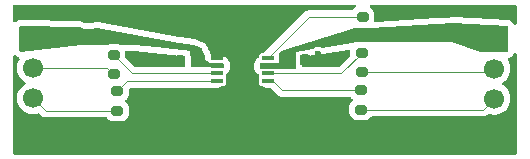
<source format=gbr>
%TF.GenerationSoftware,KiCad,Pcbnew,9.0.7*%
%TF.CreationDate,2026-02-08T14:26:31+09:00*%
%TF.ProjectId,level_shifter,6c657665-6c5f-4736-9869-667465722e6b,rev?*%
%TF.SameCoordinates,Original*%
%TF.FileFunction,Copper,L1,Top*%
%TF.FilePolarity,Positive*%
%FSLAX46Y46*%
G04 Gerber Fmt 4.6, Leading zero omitted, Abs format (unit mm)*
G04 Created by KiCad (PCBNEW 9.0.7) date 2026-02-08 14:26:31*
%MOMM*%
%LPD*%
G01*
G04 APERTURE LIST*
G04 Aperture macros list*
%AMRoundRect*
0 Rectangle with rounded corners*
0 $1 Rounding radius*
0 $2 $3 $4 $5 $6 $7 $8 $9 X,Y pos of 4 corners*
0 Add a 4 corners polygon primitive as box body*
4,1,4,$2,$3,$4,$5,$6,$7,$8,$9,$2,$3,0*
0 Add four circle primitives for the rounded corners*
1,1,$1+$1,$2,$3*
1,1,$1+$1,$4,$5*
1,1,$1+$1,$6,$7*
1,1,$1+$1,$8,$9*
0 Add four rect primitives between the rounded corners*
20,1,$1+$1,$2,$3,$4,$5,0*
20,1,$1+$1,$4,$5,$6,$7,0*
20,1,$1+$1,$6,$7,$8,$9,0*
20,1,$1+$1,$8,$9,$2,$3,0*%
G04 Aperture macros list end*
%TA.AperFunction,SMDPad,CuDef*%
%ADD10RoundRect,0.200000X-0.275000X0.200000X-0.275000X-0.200000X0.275000X-0.200000X0.275000X0.200000X0*%
%TD*%
%TA.AperFunction,SMDPad,CuDef*%
%ADD11RoundRect,0.225000X-0.225000X-0.250000X0.225000X-0.250000X0.225000X0.250000X-0.225000X0.250000X0*%
%TD*%
%TA.AperFunction,SMDPad,CuDef*%
%ADD12RoundRect,0.225000X0.250000X-0.225000X0.250000X0.225000X-0.250000X0.225000X-0.250000X-0.225000X0*%
%TD*%
%TA.AperFunction,SMDPad,CuDef*%
%ADD13RoundRect,0.225000X-0.250000X0.225000X-0.250000X-0.225000X0.250000X-0.225000X0.250000X0.225000X0*%
%TD*%
%TA.AperFunction,SMDPad,CuDef*%
%ADD14RoundRect,0.200000X0.275000X-0.200000X0.275000X0.200000X-0.275000X0.200000X-0.275000X-0.200000X0*%
%TD*%
%TA.AperFunction,ComponentPad*%
%ADD15R,1.700000X1.700000*%
%TD*%
%TA.AperFunction,ComponentPad*%
%ADD16C,1.700000*%
%TD*%
%TA.AperFunction,SMDPad,CuDef*%
%ADD17R,1.100000X0.400000*%
%TD*%
%TA.AperFunction,ViaPad*%
%ADD18C,0.600000*%
%TD*%
%TA.AperFunction,Conductor*%
%ADD19C,0.100000*%
%TD*%
%TA.AperFunction,Conductor*%
%ADD20C,0.200000*%
%TD*%
G04 APERTURE END LIST*
D10*
%TO.P,R1,2*%
%TO.N,Net-(J2-Pin_3)*%
X169485000Y-107985000D03*
%TO.P,R1,1*%
%TO.N,Net-(U1-SDA1)*%
X169485000Y-106335000D03*
%TD*%
D11*
%TO.P,C1,1*%
%TO.N,GND*%
X174770000Y-103810000D03*
%TO.P,C1,2*%
%TO.N,+3.3V*%
X176320000Y-103810000D03*
%TD*%
D12*
%TO.P,C4,1*%
%TO.N,+5V*%
X197270000Y-101270000D03*
%TO.P,C4,2*%
%TO.N,GND*%
X197270000Y-99720000D03*
%TD*%
D11*
%TO.P,C5,1*%
%TO.N,+5V*%
X183870000Y-103710000D03*
%TO.P,C5,2*%
%TO.N,GND*%
X185420000Y-103710000D03*
%TD*%
D13*
%TO.P,C2,1*%
%TO.N,GND*%
X167035000Y-100125000D03*
%TO.P,C2,2*%
%TO.N,+3.3V*%
X167035000Y-101675000D03*
%TD*%
D14*
%TO.P,R3,1*%
%TO.N,+5V*%
X190260000Y-101665000D03*
%TO.P,R3,2*%
%TO.N,Net-(U1-EN)*%
X190260000Y-100015000D03*
%TD*%
D15*
%TO.P,J2,1,Pin_1*%
%TO.N,+3.3V*%
X162360000Y-101830000D03*
D16*
%TO.P,J2,2,Pin_2*%
%TO.N,Net-(J2-Pin_2)*%
X162360000Y-104370000D03*
%TO.P,J2,3,Pin_3*%
%TO.N,Net-(J2-Pin_3)*%
X162360000Y-106910000D03*
%TO.P,J2,4,Pin_4*%
%TO.N,GND*%
X162360000Y-109450000D03*
%TD*%
D14*
%TO.P,R4,1*%
%TO.N,Net-(J1-Pin_2)*%
X190170000Y-104725000D03*
%TO.P,R4,2*%
%TO.N,Net-(U1-SCL2)*%
X190170000Y-103075000D03*
%TD*%
D10*
%TO.P,R2,1*%
%TO.N,Net-(U1-SCL1)*%
X169190000Y-103255000D03*
%TO.P,R2,2*%
%TO.N,Net-(J2-Pin_2)*%
X169190000Y-104905000D03*
%TD*%
D14*
%TO.P,R5,1*%
%TO.N,Net-(J1-Pin_3)*%
X190120000Y-107885000D03*
%TO.P,R5,2*%
%TO.N,Net-(U1-SDA2)*%
X190120000Y-106235000D03*
%TD*%
D17*
%TO.P,U1,1,GND*%
%TO.N,GND*%
X177950000Y-103530000D03*
%TO.P,U1,2,VREF1*%
%TO.N,+3.3V*%
X177950000Y-104180000D03*
%TO.P,U1,3,SCL1*%
%TO.N,Net-(U1-SCL1)*%
X177950000Y-104830000D03*
%TO.P,U1,4,SDA1*%
%TO.N,Net-(U1-SDA1)*%
X177950000Y-105480000D03*
%TO.P,U1,5,SDA2*%
%TO.N,Net-(U1-SDA2)*%
X182250000Y-105480000D03*
%TO.P,U1,6,SCL2*%
%TO.N,Net-(U1-SCL2)*%
X182250000Y-104830000D03*
%TO.P,U1,7,VREF2*%
%TO.N,+5V*%
X182250000Y-104180000D03*
%TO.P,U1,8,EN*%
%TO.N,Net-(U1-EN)*%
X182250000Y-103530000D03*
%TD*%
D15*
%TO.P,J1,1,Pin_1*%
%TO.N,+5V*%
X201420000Y-101875000D03*
D16*
%TO.P,J1,2,Pin_2*%
%TO.N,Net-(J1-Pin_2)*%
X201420000Y-104415000D03*
%TO.P,J1,3,Pin_3*%
%TO.N,Net-(J1-Pin_3)*%
X201420000Y-106955000D03*
%TO.P,J1,4,Pin_4*%
%TO.N,GND*%
X201420000Y-109495000D03*
%TD*%
D18*
%TO.N,GND*%
X186460000Y-103860000D03*
X186490000Y-103170000D03*
X198300000Y-99690000D03*
X196120000Y-99650000D03*
X199770000Y-108880000D03*
X199840000Y-110790000D03*
X202840000Y-111020000D03*
X202760000Y-108800000D03*
X168080000Y-99830000D03*
X165930000Y-99840000D03*
X173720000Y-103650000D03*
X178380000Y-102580000D03*
X177430000Y-102600000D03*
X161000000Y-108790000D03*
X161010000Y-110880000D03*
X163790000Y-110910000D03*
X163780000Y-108860000D03*
%TD*%
D19*
%TO.N,Net-(U1-SCL1)*%
X170765000Y-104830000D02*
X169190000Y-103255000D01*
X177950000Y-104830000D02*
X170765000Y-104830000D01*
D20*
X177680000Y-104830000D02*
X177670000Y-104820000D01*
X177950000Y-104830000D02*
X177680000Y-104830000D01*
D19*
%TO.N,Net-(J2-Pin_2)*%
X168655000Y-104370000D02*
X169190000Y-104905000D01*
X162360000Y-104370000D02*
X168655000Y-104370000D01*
%TO.N,Net-(U1-EN)*%
X185765000Y-100015000D02*
X190260000Y-100015000D01*
X182250000Y-103530000D02*
X185765000Y-100015000D01*
D20*
%TO.N,Net-(J2-Pin_2)*%
X162895000Y-104905000D02*
X162360000Y-104370000D01*
D19*
%TO.N,Net-(J2-Pin_3)*%
X169485000Y-107985000D02*
X163435000Y-107985000D01*
X163435000Y-107985000D02*
X162360000Y-106910000D01*
%TO.N,Net-(U1-SDA1)*%
X170340000Y-105480000D02*
X169485000Y-106335000D01*
X177950000Y-105480000D02*
X170340000Y-105480000D01*
%TO.N,Net-(J1-Pin_3)*%
X200490000Y-107885000D02*
X201420000Y-106955000D01*
X190120000Y-107885000D02*
X200490000Y-107885000D01*
D20*
%TO.N,Net-(J1-Pin_2)*%
X201110000Y-104725000D02*
X201420000Y-104415000D01*
D19*
X190170000Y-104725000D02*
X201110000Y-104725000D01*
%TO.N,Net-(U1-SCL2)*%
X188415000Y-104830000D02*
X190170000Y-103075000D01*
X182250000Y-104830000D02*
X188415000Y-104830000D01*
%TO.N,Net-(U1-SDA2)*%
X183435000Y-106235000D02*
X190120000Y-106235000D01*
D20*
X182250000Y-105480000D02*
X182680000Y-105480000D01*
D19*
X182680000Y-105480000D02*
X183435000Y-106235000D01*
%TD*%
%TA.AperFunction,Conductor*%
%TO.N,GND*%
G36*
X189617071Y-99010185D02*
G01*
X189662826Y-99062989D01*
X189672770Y-99132147D01*
X189643745Y-99195703D01*
X189614183Y-99220615D01*
X189582846Y-99239559D01*
X189549811Y-99259530D01*
X189429531Y-99379810D01*
X189429528Y-99379814D01*
X189414514Y-99404651D01*
X189362986Y-99451838D01*
X189308398Y-99464500D01*
X185692525Y-99464500D01*
X185608519Y-99487009D01*
X185552513Y-99502016D01*
X185552512Y-99502017D01*
X185426989Y-99574487D01*
X185426984Y-99574491D01*
X181908294Y-103093181D01*
X181846971Y-103126666D01*
X181820613Y-103129500D01*
X181680247Y-103129500D01*
X181621770Y-103141131D01*
X181621769Y-103141132D01*
X181555447Y-103185447D01*
X181511132Y-103251769D01*
X181511131Y-103251770D01*
X181499500Y-103310247D01*
X181499500Y-103391921D01*
X181479815Y-103458960D01*
X181427011Y-103504715D01*
X181422965Y-103506477D01*
X181420903Y-103507331D01*
X181420899Y-103507332D01*
X181326058Y-103559119D01*
X181326055Y-103559122D01*
X181220752Y-103657161D01*
X181220748Y-103657165D01*
X181147336Y-103780893D01*
X181147333Y-103780900D01*
X181132981Y-103815547D01*
X181114975Y-103866587D01*
X181094500Y-104009001D01*
X181094500Y-104361002D01*
X181097396Y-104415040D01*
X181097397Y-104415041D01*
X181132979Y-104554449D01*
X181132981Y-104554454D01*
X181147332Y-104589099D01*
X181147332Y-104589100D01*
X181199119Y-104683941D01*
X181199122Y-104683944D01*
X181297161Y-104789247D01*
X181297165Y-104789251D01*
X181420893Y-104862663D01*
X181420895Y-104862664D01*
X181420902Y-104862668D01*
X181422945Y-104863514D01*
X181423523Y-104863979D01*
X181424862Y-104864650D01*
X181424716Y-104864941D01*
X181432962Y-104871585D01*
X181445212Y-104875529D01*
X181459651Y-104893089D01*
X181477351Y-104907351D01*
X181482449Y-104920816D01*
X181489588Y-104929498D01*
X181494087Y-104951551D01*
X181498653Y-104963608D01*
X181499500Y-104970816D01*
X181499500Y-105049748D01*
X181511133Y-105108231D01*
X181516608Y-105116426D01*
X181519441Y-105140530D01*
X181516347Y-105158697D01*
X181518317Y-105177023D01*
X181511303Y-105200910D01*
X181499500Y-105260247D01*
X181499500Y-105699752D01*
X181511131Y-105758229D01*
X181511132Y-105758230D01*
X181555447Y-105824552D01*
X181621769Y-105868867D01*
X181621770Y-105868868D01*
X181680247Y-105880499D01*
X181680250Y-105880500D01*
X181680252Y-105880500D01*
X181749902Y-105880500D01*
X181816941Y-105900185D01*
X181837583Y-105916819D01*
X181881284Y-105960520D01*
X181881286Y-105960521D01*
X181881290Y-105960524D01*
X181963183Y-106007804D01*
X182018216Y-106039577D01*
X182170943Y-106080500D01*
X182450613Y-106080500D01*
X182517652Y-106100185D01*
X182538294Y-106116819D01*
X183096985Y-106675510D01*
X183096987Y-106675511D01*
X183096991Y-106675514D01*
X183182015Y-106724602D01*
X183182018Y-106724603D01*
X183182023Y-106724606D01*
X183222515Y-106747984D01*
X183362525Y-106785500D01*
X189168398Y-106785500D01*
X189235437Y-106805185D01*
X189260526Y-106826504D01*
X189268417Y-106835263D01*
X189289528Y-106870185D01*
X189393935Y-106974592D01*
X189396108Y-106977004D01*
X189409889Y-107005701D01*
X189425146Y-107033642D01*
X189424907Y-107036975D01*
X189426354Y-107039987D01*
X189422433Y-107071578D01*
X189420162Y-107103334D01*
X189418091Y-107106555D01*
X189417748Y-107109325D01*
X189411468Y-107116860D01*
X189391661Y-107147681D01*
X189289531Y-107249810D01*
X189289530Y-107249811D01*
X189201522Y-107395393D01*
X189150913Y-107557807D01*
X189144500Y-107628386D01*
X189144500Y-108141613D01*
X189150913Y-108212192D01*
X189150913Y-108212194D01*
X189150914Y-108212196D01*
X189201522Y-108374606D01*
X189276106Y-108497983D01*
X189289530Y-108520188D01*
X189409811Y-108640469D01*
X189409813Y-108640470D01*
X189409815Y-108640472D01*
X189555394Y-108728478D01*
X189717804Y-108779086D01*
X189788384Y-108785500D01*
X189788387Y-108785500D01*
X190451613Y-108785500D01*
X190451616Y-108785500D01*
X190522196Y-108779086D01*
X190684606Y-108728478D01*
X190830185Y-108640472D01*
X190950472Y-108520185D01*
X190965486Y-108495349D01*
X191017014Y-108448162D01*
X191071602Y-108435500D01*
X200562472Y-108435500D01*
X200562474Y-108435500D01*
X200562475Y-108435500D01*
X200702485Y-108397984D01*
X200742977Y-108374606D01*
X200828015Y-108325510D01*
X200888463Y-108265060D01*
X200895665Y-108259691D01*
X200920331Y-108250543D01*
X200943429Y-108237931D01*
X200953045Y-108238411D01*
X200961175Y-108235397D01*
X200981362Y-108239828D01*
X201008103Y-108241165D01*
X201103757Y-108272246D01*
X201313713Y-108305500D01*
X201313714Y-108305500D01*
X201526286Y-108305500D01*
X201526287Y-108305500D01*
X201736243Y-108272246D01*
X201938412Y-108206557D01*
X202127816Y-108110051D01*
X202189758Y-108065048D01*
X202299786Y-107985109D01*
X202299788Y-107985106D01*
X202299792Y-107985104D01*
X202450104Y-107834792D01*
X202450106Y-107834788D01*
X202450109Y-107834786D01*
X202575048Y-107662820D01*
X202575047Y-107662820D01*
X202575051Y-107662816D01*
X202671557Y-107473412D01*
X202737246Y-107271243D01*
X202770500Y-107061287D01*
X202770500Y-106848713D01*
X202737246Y-106638757D01*
X202671557Y-106436588D01*
X202575051Y-106247184D01*
X202575049Y-106247181D01*
X202575048Y-106247179D01*
X202450109Y-106075213D01*
X202299786Y-105924890D01*
X202127820Y-105799951D01*
X202127115Y-105799591D01*
X202119054Y-105795485D01*
X202068259Y-105747512D01*
X202051463Y-105679692D01*
X202073999Y-105613556D01*
X202119054Y-105574515D01*
X202127816Y-105570051D01*
X202170878Y-105538765D01*
X202299786Y-105445109D01*
X202299788Y-105445106D01*
X202299792Y-105445104D01*
X202450104Y-105294792D01*
X202450106Y-105294788D01*
X202450109Y-105294786D01*
X202575048Y-105122820D01*
X202575047Y-105122820D01*
X202575051Y-105122816D01*
X202671557Y-104933412D01*
X202737246Y-104731243D01*
X202770500Y-104521287D01*
X202770500Y-104308713D01*
X202737246Y-104098757D01*
X202671557Y-103896588D01*
X202575051Y-103707184D01*
X202561768Y-103688902D01*
X202538289Y-103623096D01*
X202554114Y-103555042D01*
X202604220Y-103506347D01*
X202631417Y-103495870D01*
X202744450Y-103467020D01*
X202779098Y-103452668D01*
X202792268Y-103445477D01*
X202841042Y-103418844D01*
X202873943Y-103400879D01*
X202979249Y-103302837D01*
X202995847Y-103274864D01*
X203027150Y-103222106D01*
X203052668Y-103179098D01*
X203060939Y-103159129D01*
X203104780Y-103104727D01*
X203171074Y-103082662D01*
X203238774Y-103099941D01*
X203286384Y-103151079D01*
X203299500Y-103206583D01*
X203299500Y-111575500D01*
X203279815Y-111642539D01*
X203227011Y-111688294D01*
X203175500Y-111699500D01*
X160804500Y-111699500D01*
X160737461Y-111679815D01*
X160691706Y-111627011D01*
X160680500Y-111575500D01*
X160680500Y-103400020D01*
X160700185Y-103332981D01*
X160752989Y-103287226D01*
X160822147Y-103277282D01*
X160885703Y-103306307D01*
X160888288Y-103308612D01*
X160927783Y-103344815D01*
X160927785Y-103344816D01*
X160927788Y-103344819D01*
X160958169Y-103365565D01*
X161046604Y-103425955D01*
X161046606Y-103425956D01*
X161151209Y-103459871D01*
X161208909Y-103499272D01*
X161236148Y-103563614D01*
X161224277Y-103632468D01*
X161213286Y-103650707D01*
X161204951Y-103662179D01*
X161108444Y-103851585D01*
X161108443Y-103851587D01*
X161108443Y-103851588D01*
X161103570Y-103866587D01*
X161042753Y-104053760D01*
X161009500Y-104263713D01*
X161009500Y-104476286D01*
X161042389Y-104683943D01*
X161042754Y-104686243D01*
X161104741Y-104877020D01*
X161108444Y-104888414D01*
X161204951Y-105077820D01*
X161329890Y-105249786D01*
X161480213Y-105400109D01*
X161652182Y-105525050D01*
X161660946Y-105529516D01*
X161711742Y-105577491D01*
X161728536Y-105645312D01*
X161705998Y-105711447D01*
X161660946Y-105750484D01*
X161652182Y-105754949D01*
X161480213Y-105879890D01*
X161329890Y-106030213D01*
X161204951Y-106202179D01*
X161108444Y-106391585D01*
X161042753Y-106593760D01*
X161009500Y-106803713D01*
X161009500Y-107016286D01*
X161039125Y-107203334D01*
X161042754Y-107226243D01*
X161107333Y-107424997D01*
X161108444Y-107428414D01*
X161204951Y-107617820D01*
X161329890Y-107789786D01*
X161480213Y-107940109D01*
X161652179Y-108065048D01*
X161652181Y-108065049D01*
X161652184Y-108065051D01*
X161841588Y-108161557D01*
X162043757Y-108227246D01*
X162253713Y-108260500D01*
X162253714Y-108260500D01*
X162466286Y-108260500D01*
X162466287Y-108260500D01*
X162676243Y-108227246D01*
X162771895Y-108196165D01*
X162841733Y-108194170D01*
X162897892Y-108226416D01*
X163096986Y-108425510D01*
X163096987Y-108425511D01*
X163096989Y-108425512D01*
X163182023Y-108474606D01*
X163222515Y-108497984D01*
X163362525Y-108535500D01*
X163362526Y-108535500D01*
X163507474Y-108535500D01*
X168533398Y-108535500D01*
X168600437Y-108555185D01*
X168639514Y-108595349D01*
X168654528Y-108620185D01*
X168654531Y-108620189D01*
X168774811Y-108740469D01*
X168774813Y-108740470D01*
X168774815Y-108740472D01*
X168920394Y-108828478D01*
X169082804Y-108879086D01*
X169153384Y-108885500D01*
X169153387Y-108885500D01*
X169816613Y-108885500D01*
X169816616Y-108885500D01*
X169887196Y-108879086D01*
X170049606Y-108828478D01*
X170195185Y-108740472D01*
X170315472Y-108620185D01*
X170403478Y-108474606D01*
X170454086Y-108312196D01*
X170460500Y-108241616D01*
X170460500Y-107728384D01*
X170454086Y-107657804D01*
X170403478Y-107495394D01*
X170315472Y-107349815D01*
X170315470Y-107349813D01*
X170315469Y-107349811D01*
X170213339Y-107247681D01*
X170179854Y-107186358D01*
X170184838Y-107116666D01*
X170213339Y-107072319D01*
X170315468Y-106970189D01*
X170315469Y-106970188D01*
X170315472Y-106970185D01*
X170403478Y-106824606D01*
X170454086Y-106662196D01*
X170460500Y-106591616D01*
X170460500Y-106189386D01*
X170469144Y-106159945D01*
X170475668Y-106129959D01*
X170479422Y-106124943D01*
X170480185Y-106122347D01*
X170496819Y-106101705D01*
X170531705Y-106066819D01*
X170593028Y-106033334D01*
X170619386Y-106030500D01*
X178022472Y-106030500D01*
X178022475Y-106030500D01*
X178162485Y-105992984D01*
X178288015Y-105920509D01*
X178291705Y-105916819D01*
X178353028Y-105883334D01*
X178379386Y-105880500D01*
X178519750Y-105880500D01*
X178519751Y-105880499D01*
X178534568Y-105877552D01*
X178578229Y-105868868D01*
X178578229Y-105868867D01*
X178578231Y-105868867D01*
X178644552Y-105824552D01*
X178688867Y-105758231D01*
X178688867Y-105758229D01*
X178688868Y-105758229D01*
X178700499Y-105699752D01*
X178700500Y-105699750D01*
X178700500Y-105260249D01*
X178700499Y-105260247D01*
X178686485Y-105189790D01*
X178687762Y-105189535D01*
X178681680Y-105132991D01*
X178688694Y-105109100D01*
X178700499Y-105049752D01*
X178700500Y-105049750D01*
X178700500Y-104898501D01*
X178720185Y-104831462D01*
X178754795Y-104795947D01*
X178812012Y-104757059D01*
X178863620Y-104709959D01*
X178863622Y-104709957D01*
X178955011Y-104598828D01*
X179011389Y-104466453D01*
X179029340Y-104398928D01*
X179046140Y-104256032D01*
X179040528Y-104038281D01*
X179027717Y-103937492D01*
X179016552Y-103889176D01*
X178983850Y-103792996D01*
X178976072Y-103780893D01*
X178906070Y-103671968D01*
X178906057Y-103671951D01*
X178860313Y-103619159D01*
X178860309Y-103619156D01*
X178860307Y-103619153D01*
X178751573Y-103524933D01*
X178751570Y-103524931D01*
X178751568Y-103524930D01*
X178620702Y-103465164D01*
X178620697Y-103465162D01*
X178620696Y-103465162D01*
X178553657Y-103445477D01*
X178553659Y-103445477D01*
X178553654Y-103445476D01*
X178506181Y-103438650D01*
X178411237Y-103425000D01*
X178411235Y-103425000D01*
X177561403Y-103425000D01*
X177540439Y-103418844D01*
X177518638Y-103417392D01*
X177500281Y-103407052D01*
X177494364Y-103405315D01*
X177487579Y-103400629D01*
X177485780Y-103399296D01*
X177479690Y-103394433D01*
X177478457Y-103393870D01*
X177472595Y-103389526D01*
X177454625Y-103365764D01*
X177434673Y-103343644D01*
X177432087Y-103335963D01*
X177430450Y-103333798D01*
X177430182Y-103330304D01*
X177424916Y-103314656D01*
X177421442Y-103297608D01*
X177411743Y-103250008D01*
X177360797Y-103064504D01*
X177336780Y-102996485D01*
X177328722Y-102977989D01*
X177322694Y-102964151D01*
X177322684Y-102964128D01*
X177289239Y-102900237D01*
X177289238Y-102900235D01*
X177259711Y-102864925D01*
X177256579Y-102861022D01*
X177206367Y-102795797D01*
X177201522Y-102789046D01*
X177175359Y-102749890D01*
X177163899Y-102728451D01*
X177151007Y-102697326D01*
X177143952Y-102674066D01*
X177134382Y-102625955D01*
X177134380Y-102625949D01*
X177134378Y-102625936D01*
X177125239Y-102587790D01*
X177120035Y-102569273D01*
X177107957Y-102531930D01*
X177107955Y-102531928D01*
X177107954Y-102531923D01*
X177039687Y-102405292D01*
X177039686Y-102405291D01*
X177039681Y-102405281D01*
X177018895Y-102377202D01*
X176998113Y-102349126D01*
X176998111Y-102349124D01*
X176998110Y-102349123D01*
X176896920Y-102246841D01*
X176875935Y-102235235D01*
X176771022Y-102177214D01*
X176771015Y-102177211D01*
X176771012Y-102177209D01*
X176705680Y-102152441D01*
X176705414Y-102152340D01*
X176703364Y-102151924D01*
X176618766Y-102133044D01*
X176593338Y-102124388D01*
X176240866Y-101959902D01*
X176169513Y-101932955D01*
X176133713Y-101922444D01*
X176133687Y-101922438D01*
X176059107Y-101906537D01*
X176059089Y-101906534D01*
X174761021Y-101730856D01*
X174755828Y-101730041D01*
X167894658Y-100503408D01*
X167871265Y-100499789D01*
X167859755Y-100498284D01*
X167836192Y-100495763D01*
X167782482Y-100491287D01*
X167718022Y-100485915D01*
X167707009Y-100485177D01*
X167701627Y-100484817D01*
X167693627Y-100484411D01*
X167686058Y-100484148D01*
X167686051Y-100484149D01*
X167677501Y-100483852D01*
X167633954Y-100489284D01*
X167633746Y-100485797D01*
X167610662Y-100487177D01*
X167539196Y-100496598D01*
X167488325Y-100514892D01*
X167488190Y-100514398D01*
X167483117Y-100515786D01*
X167483106Y-100515788D01*
X167467227Y-100520134D01*
X167467219Y-100520137D01*
X167460255Y-100523163D01*
X167449851Y-100527138D01*
X167395582Y-100545121D01*
X167339497Y-100563705D01*
X167300495Y-100569999D01*
X166769505Y-100569999D01*
X166766711Y-100569548D01*
X166765240Y-100569926D01*
X166730499Y-100563704D01*
X166705142Y-100555301D01*
X166679051Y-100543134D01*
X166617841Y-100505379D01*
X166611947Y-100501508D01*
X166601765Y-100494398D01*
X166601764Y-100494397D01*
X166542502Y-100465995D01*
X166472012Y-100432212D01*
X166438665Y-100421745D01*
X166405848Y-100411445D01*
X166405362Y-100411290D01*
X166263334Y-100388178D01*
X161335654Y-100296925D01*
X161335653Y-100296925D01*
X161335652Y-100296925D01*
X161307590Y-100299548D01*
X161223398Y-100307419D01*
X161223394Y-100307420D01*
X161169600Y-100318604D01*
X161118664Y-100335296D01*
X161062496Y-100353704D01*
X161062494Y-100353704D01*
X161062491Y-100353706D01*
X161062490Y-100353706D01*
X160941462Y-100431487D01*
X160941459Y-100431490D01*
X160885702Y-100479803D01*
X160822145Y-100508827D01*
X160752987Y-100498883D01*
X160700184Y-100453127D01*
X160680500Y-100386089D01*
X160680500Y-99114500D01*
X160700185Y-99047461D01*
X160752989Y-99001706D01*
X160804500Y-98990500D01*
X189550032Y-98990500D01*
X189617071Y-99010185D01*
G37*
%TD.AperFunction*%
%TA.AperFunction,Conductor*%
G36*
X170916283Y-102906217D02*
G01*
X174906524Y-103337079D01*
X174960792Y-103340000D01*
X175013102Y-103340000D01*
X175014953Y-103340055D01*
X175015434Y-103340211D01*
X175023857Y-103340640D01*
X175039371Y-103342225D01*
X175053049Y-103344402D01*
X175095118Y-103353535D01*
X175156454Y-103386993D01*
X175189162Y-103444856D01*
X175190806Y-103451483D01*
X175206641Y-103499272D01*
X175208705Y-103505499D01*
X175214999Y-103544502D01*
X175214999Y-104082593D01*
X175214088Y-104091520D01*
X175215972Y-104152815D01*
X175215987Y-104153938D01*
X175206855Y-104186553D01*
X175198324Y-104219301D01*
X175197464Y-104220093D01*
X175197149Y-104221220D01*
X175171849Y-104243705D01*
X175146952Y-104266657D01*
X175145696Y-104266950D01*
X175144925Y-104267636D01*
X175138365Y-104268663D01*
X175091997Y-104279500D01*
X171044387Y-104279500D01*
X170977348Y-104259815D01*
X170956706Y-104243181D01*
X170201819Y-103488294D01*
X170168334Y-103426971D01*
X170165500Y-103400613D01*
X170165500Y-103029500D01*
X170185185Y-102962461D01*
X170237989Y-102916706D01*
X170289500Y-102905500D01*
X170902971Y-102905500D01*
X170916283Y-102906217D01*
G37*
%TD.AperFunction*%
%TA.AperFunction,Conductor*%
G36*
X189120217Y-102808627D02*
G01*
X189173739Y-102853539D01*
X189194484Y-102920258D01*
X189194500Y-102922224D01*
X189194500Y-103220613D01*
X189174815Y-103287652D01*
X189158181Y-103308294D01*
X188223294Y-104243181D01*
X188161971Y-104276666D01*
X188135613Y-104279500D01*
X185274500Y-104279500D01*
X185207461Y-104259815D01*
X185161706Y-104207011D01*
X185150500Y-104155500D01*
X185150500Y-103529585D01*
X185170185Y-103462546D01*
X185222989Y-103416791D01*
X185254904Y-103407143D01*
X186105571Y-103271037D01*
X186119401Y-103268627D01*
X186255554Y-103222109D01*
X186282460Y-103208373D01*
X186294867Y-103201820D01*
X186410050Y-103115598D01*
X186410062Y-103115585D01*
X186413391Y-103112702D01*
X186414542Y-103114031D01*
X186469395Y-103084051D01*
X186539088Y-103089006D01*
X186545284Y-103091506D01*
X186546589Y-103092074D01*
X186546591Y-103092075D01*
X186682926Y-103138054D01*
X186715166Y-103144003D01*
X186742896Y-103148327D01*
X186886758Y-103146046D01*
X189050912Y-102799781D01*
X189120217Y-102808627D01*
G37*
%TD.AperFunction*%
%TA.AperFunction,Conductor*%
G36*
X203242539Y-99010185D02*
G01*
X203288294Y-99062989D01*
X203299500Y-99114500D01*
X203299500Y-100589689D01*
X203279815Y-100656728D01*
X203227011Y-100702483D01*
X203157853Y-100712427D01*
X203094297Y-100683402D01*
X203059867Y-100634466D01*
X203058627Y-100631263D01*
X203058626Y-100631261D01*
X203058623Y-100631253D01*
X203015427Y-100545123D01*
X203015426Y-100545121D01*
X202922395Y-100435365D01*
X202834505Y-100377521D01*
X202802209Y-100356266D01*
X202802199Y-100356261D01*
X202802195Y-100356259D01*
X202768276Y-100340320D01*
X202758984Y-100336547D01*
X202718125Y-100319955D01*
X202597973Y-100296925D01*
X202576823Y-100292871D01*
X202576821Y-100292870D01*
X202576817Y-100292870D01*
X199678957Y-100157800D01*
X197906143Y-100075169D01*
X197879051Y-100074634D01*
X197873790Y-100074672D01*
X197846608Y-100075596D01*
X191360645Y-100471541D01*
X191292530Y-100455978D01*
X191243643Y-100406060D01*
X191229504Y-100337636D01*
X191229572Y-100336844D01*
X191235500Y-100271616D01*
X191235500Y-99758384D01*
X191229086Y-99687804D01*
X191178478Y-99525394D01*
X191090472Y-99379815D01*
X191090470Y-99379813D01*
X191090469Y-99379811D01*
X190970188Y-99259530D01*
X190970185Y-99259528D01*
X190905817Y-99220616D01*
X190858630Y-99169089D01*
X190846792Y-99100229D01*
X190874061Y-99035901D01*
X190931780Y-98996527D01*
X190969968Y-98990500D01*
X203175500Y-98990500D01*
X203242539Y-99010185D01*
G37*
%TD.AperFunction*%
%TD*%
%TA.AperFunction,Conductor*%
%TO.N,+5V*%
G36*
X202553281Y-100797822D02*
G01*
X202587224Y-100813772D01*
X202600000Y-100846769D01*
X202600000Y-102951000D01*
X202585648Y-102985648D01*
X202551000Y-103000000D01*
X200207983Y-103000000D01*
X200192430Y-102997466D01*
X197810003Y-102200000D01*
X197810000Y-102200000D01*
X191000000Y-102200000D01*
X189600000Y-102200000D01*
X189389200Y-102233727D01*
X186806894Y-102646895D01*
X186774654Y-102640946D01*
X186738690Y-102620184D01*
X186721784Y-102610423D01*
X186721781Y-102610422D01*
X186721779Y-102610421D01*
X186569060Y-102569500D01*
X186569057Y-102569500D01*
X186410943Y-102569500D01*
X186410940Y-102569500D01*
X186258217Y-102610422D01*
X186258213Y-102610423D01*
X186121290Y-102689475D01*
X186121285Y-102689479D01*
X186052613Y-102758150D01*
X186025707Y-102771886D01*
X184599999Y-103000000D01*
X184644573Y-103335535D01*
X184645000Y-103341988D01*
X184645000Y-104334704D01*
X184630648Y-104369352D01*
X184604352Y-104395648D01*
X184569704Y-104410000D01*
X181649000Y-104410000D01*
X181614352Y-104395648D01*
X181600000Y-104361000D01*
X181600000Y-104009000D01*
X181614352Y-103974352D01*
X181649000Y-103960000D01*
X183200000Y-103960000D01*
X183200000Y-103095976D01*
X183214351Y-103061329D01*
X183301557Y-102974123D01*
X183321585Y-102962004D01*
X189592864Y-101002230D01*
X189607479Y-101000000D01*
X190999984Y-101000000D01*
X191000000Y-101000000D01*
X197877380Y-100580159D01*
X197882619Y-100580122D01*
X202553281Y-100797822D01*
G37*
%TD.AperFunction*%
%TD*%
%TA.AperFunction,Conductor*%
%TO.N,+3.3V*%
G36*
X166253976Y-100893592D02*
G01*
X166320636Y-100914514D01*
X166328593Y-100920308D01*
X166331961Y-100922972D01*
X166476294Y-101011998D01*
X166476297Y-101011999D01*
X166476303Y-101012003D01*
X166637292Y-101065349D01*
X166736655Y-101075500D01*
X167333344Y-101075499D01*
X167333352Y-101075498D01*
X167333355Y-101075498D01*
X167387760Y-101069940D01*
X167432708Y-101065349D01*
X167593697Y-101012003D01*
X167600663Y-101007706D01*
X167621629Y-101001968D01*
X167640828Y-100991776D01*
X167663912Y-100990396D01*
X167668052Y-100989264D01*
X167676039Y-100989669D01*
X167794216Y-100999518D01*
X167805711Y-101001021D01*
X174680000Y-102230000D01*
X175991298Y-102407468D01*
X176027100Y-102417980D01*
X176460000Y-102620000D01*
X176526485Y-102625114D01*
X176591817Y-102649882D01*
X176633388Y-102706040D01*
X176638592Y-102724557D01*
X176660261Y-102833491D01*
X176660264Y-102833501D01*
X176720602Y-102979172D01*
X176720609Y-102979185D01*
X176808210Y-103110288D01*
X176808213Y-103110292D01*
X176841454Y-103143533D01*
X176849373Y-103157151D01*
X176859250Y-103166018D01*
X176873346Y-103198375D01*
X176924292Y-103383879D01*
X176928719Y-103416718D01*
X176928719Y-103600000D01*
X177128719Y-103800000D01*
X177139354Y-103800000D01*
X177206393Y-103819685D01*
X177242456Y-103855109D01*
X177255447Y-103874552D01*
X177321769Y-103918867D01*
X177321770Y-103918868D01*
X177380247Y-103930499D01*
X177380250Y-103930500D01*
X178411237Y-103930500D01*
X178478276Y-103950185D01*
X178524031Y-104002989D01*
X178535196Y-104051305D01*
X178540808Y-104269056D01*
X178522857Y-104336581D01*
X178471249Y-104383681D01*
X178402370Y-104395403D01*
X178338088Y-104368025D01*
X178329168Y-104359932D01*
X178318717Y-104349481D01*
X178318709Y-104349475D01*
X178181790Y-104270426D01*
X178181786Y-104270424D01*
X178181784Y-104270423D01*
X178029057Y-104229500D01*
X178029056Y-104229500D01*
X177802706Y-104229500D01*
X177770614Y-104225275D01*
X177749058Y-104219499D01*
X177749057Y-104219499D01*
X177590943Y-104219499D01*
X177450736Y-104257067D01*
X177438211Y-104260424D01*
X177433950Y-104262885D01*
X177371947Y-104279500D01*
X175840328Y-104279500D01*
X175773289Y-104259815D01*
X175727534Y-104207011D01*
X175716970Y-104142897D01*
X175720499Y-104108352D01*
X175720500Y-104108345D01*
X175720499Y-103511656D01*
X175710349Y-103412292D01*
X175670648Y-103292481D01*
X175664367Y-103255068D01*
X175660000Y-102910000D01*
X175660000Y-102909999D01*
X175198346Y-102860150D01*
X175185196Y-102858730D01*
X175142708Y-102844651D01*
X175043345Y-102834500D01*
X174960792Y-102834500D01*
X174954151Y-102833783D01*
X172831492Y-102604580D01*
X170936860Y-102400000D01*
X170936859Y-102400000D01*
X169736503Y-102400000D01*
X169699614Y-102394386D01*
X169679989Y-102388271D01*
X169592196Y-102360914D01*
X169521616Y-102354500D01*
X168858384Y-102354500D01*
X168787804Y-102360914D01*
X168713571Y-102384045D01*
X168680386Y-102394386D01*
X168643497Y-102400000D01*
X166399995Y-102400000D01*
X161338213Y-102984052D01*
X161269359Y-102972181D01*
X161217854Y-102924970D01*
X161200000Y-102860869D01*
X161200000Y-100926317D01*
X161219685Y-100859278D01*
X161272489Y-100813523D01*
X161326292Y-100802338D01*
X166253976Y-100893592D01*
G37*
%TD.AperFunction*%
%TD*%
M02*

</source>
